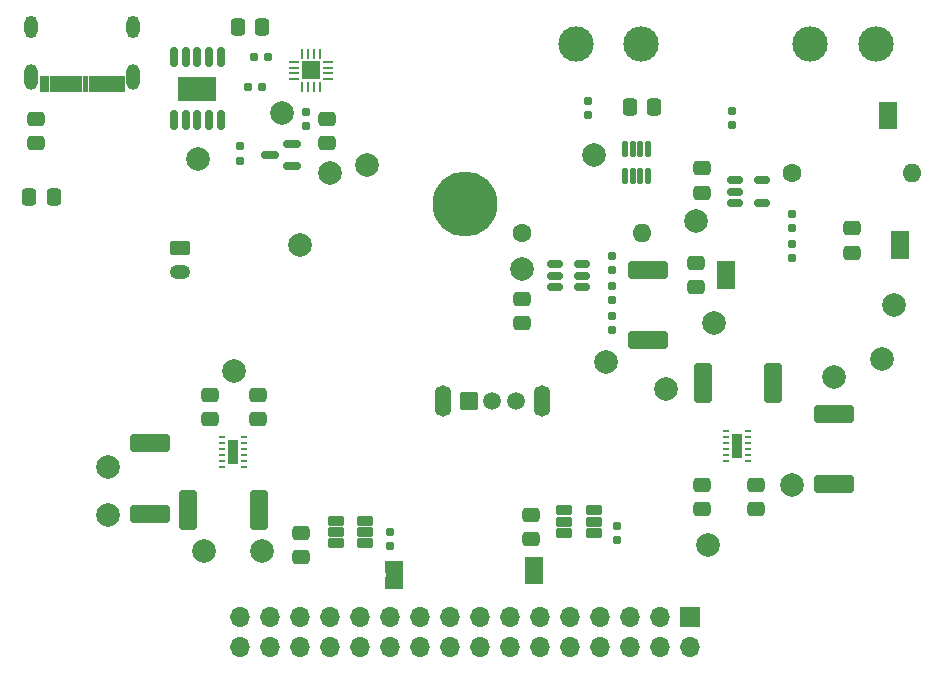
<source format=gbr>
%TF.GenerationSoftware,KiCad,Pcbnew,9.0.0*%
%TF.CreationDate,2025-03-28T11:23:17+02:00*%
%TF.ProjectId,PCBDesign1,50434244-6573-4696-976e-312e6b696361,rev?*%
%TF.SameCoordinates,Original*%
%TF.FileFunction,Soldermask,Top*%
%TF.FilePolarity,Negative*%
%FSLAX46Y46*%
G04 Gerber Fmt 4.6, Leading zero omitted, Abs format (unit mm)*
G04 Created by KiCad (PCBNEW 9.0.0) date 2025-03-28 11:23:17*
%MOMM*%
%LPD*%
G01*
G04 APERTURE LIST*
G04 Aperture macros list*
%AMRoundRect*
0 Rectangle with rounded corners*
0 $1 Rounding radius*
0 $2 $3 $4 $5 $6 $7 $8 $9 X,Y pos of 4 corners*
0 Add a 4 corners polygon primitive as box body*
4,1,4,$2,$3,$4,$5,$6,$7,$8,$9,$2,$3,0*
0 Add four circle primitives for the rounded corners*
1,1,$1+$1,$2,$3*
1,1,$1+$1,$4,$5*
1,1,$1+$1,$6,$7*
1,1,$1+$1,$8,$9*
0 Add four rect primitives between the rounded corners*
20,1,$1+$1,$2,$3,$4,$5,0*
20,1,$1+$1,$4,$5,$6,$7,0*
20,1,$1+$1,$6,$7,$8,$9,0*
20,1,$1+$1,$8,$9,$2,$3,0*%
G04 Aperture macros list end*
%ADD10C,0.010000*%
%ADD11RoundRect,0.250000X-0.475000X0.337500X-0.475000X-0.337500X0.475000X-0.337500X0.475000X0.337500X0*%
%ADD12RoundRect,0.062500X0.062500X-0.375000X0.062500X0.375000X-0.062500X0.375000X-0.062500X-0.375000X0*%
%ADD13RoundRect,0.062500X0.375000X-0.062500X0.375000X0.062500X-0.375000X0.062500X-0.375000X-0.062500X0*%
%ADD14R,1.600000X1.600000*%
%ADD15RoundRect,0.160000X-0.160000X0.197500X-0.160000X-0.197500X0.160000X-0.197500X0.160000X0.197500X0*%
%ADD16C,2.000000*%
%ADD17RoundRect,0.249999X-0.512501X-1.425001X0.512501X-1.425001X0.512501X1.425001X-0.512501X1.425001X0*%
%ADD18RoundRect,0.150000X0.587500X0.150000X-0.587500X0.150000X-0.587500X-0.150000X0.587500X-0.150000X0*%
%ADD19RoundRect,0.160000X0.160000X-0.197500X0.160000X0.197500X-0.160000X0.197500X-0.160000X-0.197500X0*%
%ADD20R,1.700000X1.700000*%
%ADD21O,1.700000X1.700000*%
%ADD22R,1.500000X1.000000*%
%ADD23RoundRect,0.098000X-0.609000X-0.294000X0.609000X-0.294000X0.609000X0.294000X-0.609000X0.294000X0*%
%ADD24R,0.499999X0.249999*%
%ADD25R,0.900001X2.000001*%
%ADD26C,0.499999*%
%ADD27RoundRect,0.250000X-0.337500X-0.475000X0.337500X-0.475000X0.337500X0.475000X-0.337500X0.475000X0*%
%ADD28C,1.600000*%
%ADD29O,1.600000X1.600000*%
%ADD30RoundRect,0.125000X-0.125000X0.537500X-0.125000X-0.537500X0.125000X-0.537500X0.125000X0.537500X0*%
%ADD31RoundRect,0.150000X-0.512500X-0.150000X0.512500X-0.150000X0.512500X0.150000X-0.512500X0.150000X0*%
%ADD32RoundRect,0.150000X-0.150000X0.687500X-0.150000X-0.687500X0.150000X-0.687500X0.150000X0.687500X0*%
%ADD33R,3.300000X2.100000*%
%ADD34RoundRect,0.250000X0.475000X-0.337500X0.475000X0.337500X-0.475000X0.337500X-0.475000X-0.337500X0*%
%ADD35RoundRect,0.250000X-0.625000X0.350000X-0.625000X-0.350000X0.625000X-0.350000X0.625000X0.350000X0*%
%ADD36O,1.750000X1.200000*%
%ADD37RoundRect,0.249999X1.425001X-0.512501X1.425001X0.512501X-1.425001X0.512501X-1.425001X-0.512501X0*%
%ADD38RoundRect,0.249999X0.512501X1.425001X-0.512501X1.425001X-0.512501X-1.425001X0.512501X-1.425001X0*%
%ADD39RoundRect,0.160000X-0.197500X-0.160000X0.197500X-0.160000X0.197500X0.160000X-0.197500X0.160000X0*%
%ADD40RoundRect,0.249999X-1.425001X0.512501X-1.425001X-0.512501X1.425001X-0.512501X1.425001X0.512501X0*%
%ADD41RoundRect,0.160000X0.197500X0.160000X-0.197500X0.160000X-0.197500X-0.160000X0.197500X-0.160000X0*%
%ADD42RoundRect,0.150000X0.512500X0.150000X-0.512500X0.150000X-0.512500X-0.150000X0.512500X-0.150000X0*%
%ADD43C,3.000000*%
%ADD44O,3.000000X3.000000*%
%ADD45C,3.600000*%
%ADD46C,5.500000*%
%ADD47RoundRect,0.102000X-0.654000X-0.654000X0.654000X-0.654000X0.654000X0.654000X-0.654000X0.654000X0*%
%ADD48C,1.512000*%
%ADD49O,1.434000X2.664000*%
%ADD50O,1.104000X2.204000*%
%ADD51O,1.104000X1.904000*%
%ADD52RoundRect,0.250000X0.337500X0.475000X-0.337500X0.475000X-0.337500X-0.475000X0.337500X-0.475000X0*%
G04 APERTURE END LIST*
%TO.C,JP4*%
G36*
X156198000Y-108054000D02*
G01*
X154698000Y-108054000D01*
X154698000Y-108354000D01*
X156198000Y-108354000D01*
X156198000Y-108054000D01*
G37*
%TO.C,JP1*%
G36*
X126631000Y-133754000D02*
G01*
X128131000Y-133754000D01*
X128131000Y-133454000D01*
X126631000Y-133454000D01*
X126631000Y-133754000D01*
G37*
%TO.C,JP2*%
G36*
X138442000Y-133388000D02*
G01*
X139942000Y-133388000D01*
X139942000Y-133088000D01*
X138442000Y-133088000D01*
X138442000Y-133388000D01*
G37*
%TO.C,JP5*%
G36*
X170930000Y-105514000D02*
G01*
X169430000Y-105514000D01*
X169430000Y-105814000D01*
X170930000Y-105814000D01*
X170930000Y-105514000D01*
G37*
%TO.C,JP3*%
G36*
X169914000Y-94577000D02*
G01*
X168414000Y-94577000D01*
X168414000Y-94877000D01*
X169914000Y-94877000D01*
X169914000Y-94577000D01*
G37*
D10*
%TO.C,J4*%
X98084000Y-92622000D02*
X97384000Y-92622000D01*
X97384000Y-91382000D01*
X98084000Y-91382000D01*
X98084000Y-92622000D01*
G36*
X98084000Y-92622000D02*
G01*
X97384000Y-92622000D01*
X97384000Y-91382000D01*
X98084000Y-91382000D01*
X98084000Y-92622000D01*
G37*
X98884000Y-92622000D02*
X98184000Y-92622000D01*
X98184000Y-91382000D01*
X98884000Y-91382000D01*
X98884000Y-92622000D01*
G36*
X98884000Y-92622000D02*
G01*
X98184000Y-92622000D01*
X98184000Y-91382000D01*
X98884000Y-91382000D01*
X98884000Y-92622000D01*
G37*
X99384000Y-92622000D02*
X98984000Y-92622000D01*
X98984000Y-91382000D01*
X99384000Y-91382000D01*
X99384000Y-92622000D01*
G36*
X99384000Y-92622000D02*
G01*
X98984000Y-92622000D01*
X98984000Y-91382000D01*
X99384000Y-91382000D01*
X99384000Y-92622000D01*
G37*
X99884000Y-92622000D02*
X99484000Y-92622000D01*
X99484000Y-91382000D01*
X99884000Y-91382000D01*
X99884000Y-92622000D01*
G36*
X99884000Y-92622000D02*
G01*
X99484000Y-92622000D01*
X99484000Y-91382000D01*
X99884000Y-91382000D01*
X99884000Y-92622000D01*
G37*
X100384000Y-92622000D02*
X99984000Y-92622000D01*
X99984000Y-91382000D01*
X100384000Y-91382000D01*
X100384000Y-92622000D01*
G36*
X100384000Y-92622000D02*
G01*
X99984000Y-92622000D01*
X99984000Y-91382000D01*
X100384000Y-91382000D01*
X100384000Y-92622000D01*
G37*
X100884000Y-92622000D02*
X100484000Y-92622000D01*
X100484000Y-91382000D01*
X100884000Y-91382000D01*
X100884000Y-92622000D01*
G36*
X100884000Y-92622000D02*
G01*
X100484000Y-92622000D01*
X100484000Y-91382000D01*
X100884000Y-91382000D01*
X100884000Y-92622000D01*
G37*
X101384000Y-92622000D02*
X100984000Y-92622000D01*
X100984000Y-91382000D01*
X101384000Y-91382000D01*
X101384000Y-92622000D01*
G36*
X101384000Y-92622000D02*
G01*
X100984000Y-92622000D01*
X100984000Y-91382000D01*
X101384000Y-91382000D01*
X101384000Y-92622000D01*
G37*
X101884000Y-92622000D02*
X101484000Y-92622000D01*
X101484000Y-91382000D01*
X101884000Y-91382000D01*
X101884000Y-92622000D01*
G36*
X101884000Y-92622000D02*
G01*
X101484000Y-92622000D01*
X101484000Y-91382000D01*
X101884000Y-91382000D01*
X101884000Y-92622000D01*
G37*
X102384000Y-92622000D02*
X101984000Y-92622000D01*
X101984000Y-91382000D01*
X102384000Y-91382000D01*
X102384000Y-92622000D01*
G36*
X102384000Y-92622000D02*
G01*
X101984000Y-92622000D01*
X101984000Y-91382000D01*
X102384000Y-91382000D01*
X102384000Y-92622000D01*
G37*
X102884000Y-92622000D02*
X102484000Y-92622000D01*
X102484000Y-91382000D01*
X102884000Y-91382000D01*
X102884000Y-92622000D01*
G36*
X102884000Y-92622000D02*
G01*
X102484000Y-92622000D01*
X102484000Y-91382000D01*
X102884000Y-91382000D01*
X102884000Y-92622000D01*
G37*
X103684000Y-92622000D02*
X102984000Y-92622000D01*
X102984000Y-91382000D01*
X103684000Y-91382000D01*
X103684000Y-92622000D01*
G36*
X103684000Y-92622000D02*
G01*
X102984000Y-92622000D01*
X102984000Y-91382000D01*
X103684000Y-91382000D01*
X103684000Y-92622000D01*
G37*
X104484000Y-92622000D02*
X103784000Y-92622000D01*
X103784000Y-91382000D01*
X104484000Y-91382000D01*
X104484000Y-92622000D01*
G36*
X104484000Y-92622000D02*
G01*
X103784000Y-92622000D01*
X103784000Y-91382000D01*
X104484000Y-91382000D01*
X104484000Y-92622000D01*
G37*
%TD*%
D11*
%TO.C,C3*%
X97028000Y-94974500D03*
X97028000Y-97049500D03*
%TD*%
D12*
%TO.C,U2*%
X119541500Y-92332000D03*
X120041500Y-92332000D03*
X120541500Y-92332000D03*
X121041500Y-92332000D03*
D13*
X121729000Y-91644500D03*
X121729000Y-91144500D03*
X121729000Y-90644500D03*
X121729000Y-90144500D03*
D12*
X121041500Y-89457000D03*
X120541500Y-89457000D03*
X120041500Y-89457000D03*
X119541500Y-89457000D03*
D13*
X118854000Y-90144500D03*
X118854000Y-90644500D03*
X118854000Y-91144500D03*
X118854000Y-91644500D03*
D14*
X120291500Y-90894500D03*
%TD*%
D11*
%TO.C,C12*%
X157988000Y-125962500D03*
X157988000Y-128037500D03*
%TD*%
D15*
%TO.C,R13*%
X145796000Y-111670500D03*
X145796000Y-112865500D03*
%TD*%
D16*
%TO.C,TP18*%
X161036000Y-125984000D03*
%TD*%
D11*
%TO.C,C14*%
X121666000Y-94974500D03*
X121666000Y-97049500D03*
%TD*%
D17*
%TO.C,D7*%
X153476500Y-117348000D03*
X159451500Y-117348000D03*
%TD*%
D18*
%TO.C,Q1*%
X118715000Y-98994000D03*
X118715000Y-97094000D03*
X116840000Y-98044000D03*
%TD*%
D16*
%TO.C,TP10*%
X169672000Y-110744000D03*
%TD*%
D19*
%TO.C,R16*%
X161036000Y-104250500D03*
X161036000Y-103055500D03*
%TD*%
D16*
%TO.C,TP1*%
X110726000Y-98428000D03*
%TD*%
%TO.C,TP15*%
X111252000Y-131572000D03*
%TD*%
D20*
%TO.C,J2*%
X152400000Y-137160000D03*
D21*
X152400000Y-139700000D03*
X149860000Y-137160000D03*
X149860000Y-139700000D03*
X147320000Y-137160000D03*
X147320000Y-139700000D03*
X144780000Y-137160000D03*
X144780000Y-139700000D03*
X142240000Y-137160000D03*
X142240000Y-139700000D03*
X139700000Y-137160000D03*
X139700000Y-139700000D03*
X137160000Y-137160000D03*
X137160000Y-139700000D03*
X134620000Y-137160000D03*
X134620000Y-139700000D03*
X132080000Y-137160000D03*
X132080000Y-139700000D03*
X129540000Y-137160000D03*
X129540000Y-139700000D03*
X127000000Y-137160000D03*
X127000000Y-139700000D03*
X124460000Y-137160000D03*
X124460000Y-139700000D03*
X121920000Y-137160000D03*
X121920000Y-139700000D03*
X119380000Y-137160000D03*
X119380000Y-139700000D03*
X116840000Y-137160000D03*
X116840000Y-139700000D03*
X114300000Y-137160000D03*
X114300000Y-139700000D03*
%TD*%
D22*
%TO.C,JP4*%
X155448000Y-107554000D03*
X155448000Y-108854000D03*
%TD*%
D16*
%TO.C,TP9*%
X152908000Y-103632000D03*
%TD*%
D23*
%TO.C,U11*%
X141732000Y-128148000D03*
X141732000Y-129098000D03*
X141732000Y-130048000D03*
X144242000Y-130048000D03*
X144242000Y-129098000D03*
X144242000Y-128148000D03*
%TD*%
D16*
%TO.C,TP3*%
X121920000Y-99568000D03*
%TD*%
D24*
%TO.C,U5*%
X112776000Y-121960000D03*
X112776000Y-122460002D03*
X112776000Y-122960000D03*
X112776000Y-123460000D03*
X112776000Y-123960001D03*
X112776000Y-124460000D03*
X114675999Y-124460000D03*
X114675999Y-123960001D03*
X114675999Y-123460000D03*
X114675999Y-122960000D03*
X114675999Y-122460002D03*
X114675999Y-121960000D03*
D25*
X113726001Y-123210000D03*
D26*
X113725998Y-122459999D03*
X113725998Y-123210000D03*
X113725998Y-123960001D03*
%TD*%
D27*
%TO.C,C13*%
X114109000Y-87252000D03*
X116184000Y-87252000D03*
%TD*%
D15*
%TO.C,R14*%
X145796000Y-106590500D03*
X145796000Y-107785500D03*
%TD*%
D16*
%TO.C,TP16*%
X116205000Y-131572000D03*
%TD*%
D28*
%TO.C,L1*%
X138176000Y-104648000D03*
D29*
X148336000Y-104648000D03*
%TD*%
D22*
%TO.C,JP1*%
X127381000Y-134254000D03*
X127381000Y-132954000D03*
%TD*%
D11*
%TO.C,C8*%
X153416000Y-99170500D03*
X153416000Y-101245500D03*
%TD*%
D30*
%TO.C,U7*%
X148844000Y-97536000D03*
X148194000Y-97536000D03*
X147544000Y-97536000D03*
X146894000Y-97536000D03*
X146894000Y-99811000D03*
X147544000Y-99811000D03*
X148194000Y-99811000D03*
X148844000Y-99811000D03*
%TD*%
D31*
%TO.C,U3*%
X156221000Y-100208000D03*
X156221000Y-101158000D03*
X156221000Y-102108000D03*
X158496000Y-102108000D03*
X158496000Y-100208000D03*
%TD*%
D32*
%TO.C,U1*%
X112694000Y-89792000D03*
X111694000Y-89792000D03*
X110694000Y-89792000D03*
X109694000Y-89792000D03*
X108694000Y-89792000D03*
X108694000Y-95067000D03*
X109694000Y-95067000D03*
X110694000Y-95067000D03*
X111694000Y-95067000D03*
X112694000Y-95067000D03*
D33*
X110694000Y-92429500D03*
%TD*%
D16*
%TO.C,TP22*%
X145288000Y-115570000D03*
%TD*%
%TO.C,TP21*%
X150368000Y-117856000D03*
%TD*%
%TO.C,TP13*%
X103124000Y-124460000D03*
%TD*%
D19*
%TO.C,R10*%
X146214500Y-130645500D03*
X146214500Y-129450500D03*
%TD*%
D11*
%TO.C,C6*%
X119507000Y-130026500D03*
X119507000Y-132101500D03*
%TD*%
D34*
%TO.C,C9*%
X115824000Y-120417500D03*
X115824000Y-118342500D03*
%TD*%
D35*
%TO.C,J3*%
X109220000Y-105950000D03*
D36*
X109220000Y-107950000D03*
%TD*%
D23*
%TO.C,U10*%
X122398000Y-129032000D03*
X122398000Y-129982000D03*
X122398000Y-130932000D03*
X124908000Y-130932000D03*
X124908000Y-129982000D03*
X124908000Y-129032000D03*
%TD*%
D37*
%TO.C,D6*%
X164592000Y-125923500D03*
X164592000Y-119948500D03*
%TD*%
D11*
%TO.C,C4*%
X138176000Y-110214500D03*
X138176000Y-112289500D03*
%TD*%
D24*
%TO.C,U6*%
X157348002Y-123936000D03*
X157348002Y-123435998D03*
X157348002Y-122936000D03*
X157348002Y-122436000D03*
X157348002Y-121935999D03*
X157348002Y-121436000D03*
X155448003Y-121436000D03*
X155448003Y-121935999D03*
X155448003Y-122436000D03*
X155448003Y-122936000D03*
X155448003Y-123435998D03*
X155448003Y-123936000D03*
D25*
X156398001Y-122686000D03*
D26*
X156398004Y-123436001D03*
X156398004Y-122686000D03*
X156398004Y-121935999D03*
%TD*%
D16*
%TO.C,TP6*%
X119380000Y-105664000D03*
%TD*%
D27*
%TO.C,C2*%
X96477000Y-101600000D03*
X98552000Y-101600000D03*
%TD*%
D38*
%TO.C,D5*%
X115890500Y-128143000D03*
X109915500Y-128143000D03*
%TD*%
D19*
%TO.C,R3*%
X119888000Y-95593500D03*
X119888000Y-94398500D03*
%TD*%
D22*
%TO.C,JP2*%
X139192000Y-133888000D03*
X139192000Y-132588000D03*
%TD*%
D11*
%TO.C,C18*%
X138938000Y-128502500D03*
X138938000Y-130577500D03*
%TD*%
D16*
%TO.C,TP7*%
X154432000Y-112268000D03*
%TD*%
D11*
%TO.C,C17*%
X166116000Y-104250500D03*
X166116000Y-106325500D03*
%TD*%
D22*
%TO.C,JP5*%
X170180000Y-105014000D03*
X170180000Y-106314000D03*
%TD*%
D19*
%TO.C,R9*%
X127000000Y-131153500D03*
X127000000Y-129958500D03*
%TD*%
D39*
%TO.C,R6*%
X115006500Y-92332000D03*
X116201500Y-92332000D03*
%TD*%
D16*
%TO.C,TP5*%
X117856000Y-94488000D03*
%TD*%
D11*
%TO.C,C5*%
X152908000Y-107166500D03*
X152908000Y-109241500D03*
%TD*%
D15*
%TO.C,R18*%
X143764000Y-93472000D03*
X143764000Y-94667000D03*
%TD*%
D40*
%TO.C,D3*%
X148844000Y-107756500D03*
X148844000Y-113731500D03*
%TD*%
D16*
%TO.C,TP2*%
X125095000Y-98933000D03*
%TD*%
D15*
%TO.C,R12*%
X145796000Y-109130500D03*
X145796000Y-110325500D03*
%TD*%
D16*
%TO.C,TP20*%
X168656000Y-115316000D03*
%TD*%
D22*
%TO.C,JP3*%
X169164000Y-94077000D03*
X169164000Y-95377000D03*
%TD*%
D41*
%TO.C,R8*%
X116649000Y-89792000D03*
X115454000Y-89792000D03*
%TD*%
D16*
%TO.C,TP14*%
X103124000Y-128524000D03*
%TD*%
%TO.C,TP19*%
X164592000Y-116840000D03*
%TD*%
D42*
%TO.C,U4*%
X143256000Y-109220000D03*
X143256000Y-108270000D03*
X143256000Y-107320000D03*
X140981000Y-107320000D03*
X140981000Y-108270000D03*
X140981000Y-109220000D03*
%TD*%
D16*
%TO.C,TP11*%
X144272000Y-98044000D03*
%TD*%
D43*
%TO.C,R15*%
X142748000Y-88646000D03*
D44*
X148298000Y-88646000D03*
X162598000Y-88646000D03*
X168148000Y-88646000D03*
%TD*%
D15*
%TO.C,R17*%
X161036000Y-105595500D03*
X161036000Y-106790500D03*
%TD*%
D45*
%TO.C,H2*%
X133350000Y-102235000D03*
D46*
X133350000Y-102235000D03*
%TD*%
D16*
%TO.C,TP8*%
X138176000Y-107696000D03*
%TD*%
D15*
%TO.C,R19*%
X155956000Y-94309000D03*
X155956000Y-95504000D03*
%TD*%
D37*
%TO.C,D4*%
X106680000Y-128403000D03*
X106680000Y-122428000D03*
%TD*%
D47*
%TO.C,S1*%
X133668000Y-118872000D03*
D48*
X135668000Y-118872000D03*
X137668000Y-118872000D03*
D49*
X131468000Y-118872000D03*
X139868000Y-118872000D03*
%TD*%
D50*
%TO.C,J4*%
X105259000Y-91422000D03*
X96609000Y-91422000D03*
D51*
X105259000Y-87252000D03*
X96609000Y-87252000D03*
%TD*%
D34*
%TO.C,C10*%
X111760000Y-120417500D03*
X111760000Y-118342500D03*
%TD*%
D11*
%TO.C,C11*%
X153416000Y-125984000D03*
X153416000Y-128059000D03*
%TD*%
D28*
%TO.C,L2*%
X161036000Y-99568000D03*
D29*
X171196000Y-99568000D03*
%TD*%
D16*
%TO.C,TP17*%
X153924000Y-131064000D03*
%TD*%
D19*
%TO.C,R7*%
X114300000Y-98517500D03*
X114300000Y-97322500D03*
%TD*%
D52*
%TO.C,C7*%
X149373500Y-93980000D03*
X147298500Y-93980000D03*
%TD*%
D16*
%TO.C,TP12*%
X113792000Y-116332000D03*
%TD*%
M02*

</source>
